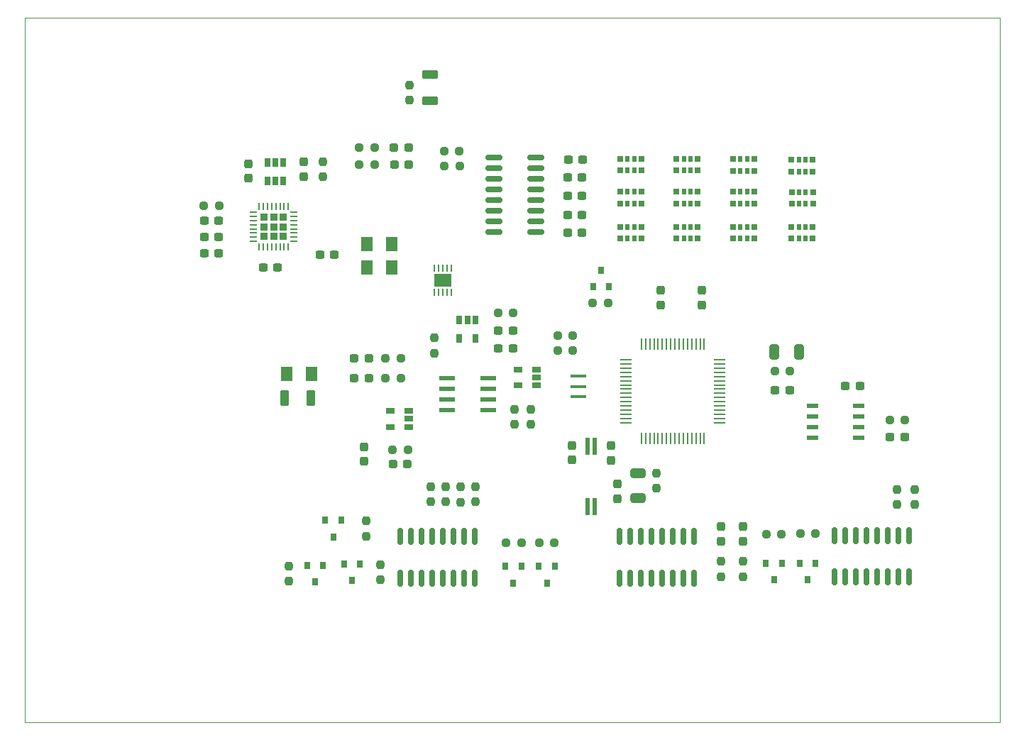
<source format=gbr>
%TF.GenerationSoftware,KiCad,Pcbnew,(6.0.0)*%
%TF.CreationDate,2022-01-24T11:23:06-03:00*%
%TF.ProjectId,HLI-M,484c492d-4d2e-46b6-9963-61645f706362,rev?*%
%TF.SameCoordinates,Original*%
%TF.FileFunction,Paste,Top*%
%TF.FilePolarity,Positive*%
%FSLAX46Y46*%
G04 Gerber Fmt 4.6, Leading zero omitted, Abs format (unit mm)*
G04 Created by KiCad (PCBNEW (6.0.0)) date 2022-01-24 11:23:06*
%MOMM*%
%LPD*%
G01*
G04 APERTURE LIST*
G04 Aperture macros list*
%AMRoundRect*
0 Rectangle with rounded corners*
0 $1 Rounding radius*
0 $2 $3 $4 $5 $6 $7 $8 $9 X,Y pos of 4 corners*
0 Add a 4 corners polygon primitive as box body*
4,1,4,$2,$3,$4,$5,$6,$7,$8,$9,$2,$3,0*
0 Add four circle primitives for the rounded corners*
1,1,$1+$1,$2,$3*
1,1,$1+$1,$4,$5*
1,1,$1+$1,$6,$7*
1,1,$1+$1,$8,$9*
0 Add four rect primitives between the rounded corners*
20,1,$1+$1,$2,$3,$4,$5,0*
20,1,$1+$1,$4,$5,$6,$7,0*
20,1,$1+$1,$6,$7,$8,$9,0*
20,1,$1+$1,$8,$9,$2,$3,0*%
G04 Aperture macros list end*
%TA.AperFunction,Profile*%
%ADD10C,0.050000*%
%TD*%
%ADD11RoundRect,0.237500X0.300000X0.237500X-0.300000X0.237500X-0.300000X-0.237500X0.300000X-0.237500X0*%
%ADD12RoundRect,0.237500X-0.300000X-0.237500X0.300000X-0.237500X0.300000X0.237500X-0.300000X0.237500X0*%
%ADD13RoundRect,0.237500X0.237500X-0.300000X0.237500X0.300000X-0.237500X0.300000X-0.237500X-0.300000X0*%
%ADD14RoundRect,0.237500X-0.237500X0.300000X-0.237500X-0.300000X0.237500X-0.300000X0.237500X0.300000X0*%
%ADD15RoundRect,0.250000X-0.325000X-0.650000X0.325000X-0.650000X0.325000X0.650000X-0.325000X0.650000X0*%
%ADD16RoundRect,0.250000X-0.650000X0.325000X-0.650000X-0.325000X0.650000X-0.325000X0.650000X0.325000X0*%
%ADD17R,0.640000X0.700000*%
%ADD18R,0.500000X0.700000*%
%ADD19RoundRect,0.237500X0.287500X0.237500X-0.287500X0.237500X-0.287500X-0.237500X0.287500X-0.237500X0*%
%ADD20RoundRect,0.250001X-0.462499X-0.624999X0.462499X-0.624999X0.462499X0.624999X-0.462499X0.624999X0*%
%ADD21RoundRect,0.237500X-0.287500X-0.237500X0.287500X-0.237500X0.287500X0.237500X-0.287500X0.237500X0*%
%ADD22RoundRect,0.237500X-0.237500X0.287500X-0.237500X-0.287500X0.237500X-0.287500X0.237500X0.287500X0*%
%ADD23RoundRect,0.250000X0.275000X0.700000X-0.275000X0.700000X-0.275000X-0.700000X0.275000X-0.700000X0*%
%ADD24RoundRect,0.250000X-0.700000X0.275000X-0.700000X-0.275000X0.700000X-0.275000X0.700000X0.275000X0*%
%ADD25R,0.800000X0.900000*%
%ADD26RoundRect,0.237500X-0.237500X0.250000X-0.237500X-0.250000X0.237500X-0.250000X0.237500X0.250000X0*%
%ADD27RoundRect,0.237500X0.250000X0.237500X-0.250000X0.237500X-0.250000X-0.237500X0.250000X-0.237500X0*%
%ADD28RoundRect,0.237500X-0.250000X-0.237500X0.250000X-0.237500X0.250000X0.237500X-0.250000X0.237500X0*%
%ADD29RoundRect,0.237500X0.237500X-0.250000X0.237500X0.250000X-0.237500X0.250000X-0.237500X-0.250000X0*%
%ADD30R,1.473200X0.279400*%
%ADD31R,0.279400X1.473200*%
%ADD32R,0.650000X1.060000*%
%ADD33RoundRect,0.232500X0.232500X0.232500X-0.232500X0.232500X-0.232500X-0.232500X0.232500X-0.232500X0*%
%ADD34RoundRect,0.062500X0.375000X0.062500X-0.375000X0.062500X-0.375000X-0.062500X0.375000X-0.062500X0*%
%ADD35RoundRect,0.062500X0.062500X0.375000X-0.062500X0.375000X-0.062500X-0.375000X0.062500X-0.375000X0*%
%ADD36R,0.254000X0.812800*%
%ADD37R,2.000000X1.600000*%
%ADD38R,1.460500X0.538480*%
%ADD39R,1.060000X0.650000*%
%ADD40RoundRect,0.150000X-0.150000X0.825000X-0.150000X-0.825000X0.150000X-0.825000X0.150000X0.825000X0*%
%ADD41R,0.600000X2.100000*%
%ADD42R,1.900000X0.400000*%
%ADD43R,1.981200X0.560800*%
%ADD44RoundRect,0.150000X0.825000X0.150000X-0.825000X0.150000X-0.825000X-0.150000X0.825000X-0.150000X0*%
G04 APERTURE END LIST*
D10*
X186436000Y-113538000D02*
X186436000Y-29500000D01*
X70104000Y-29500000D02*
X70104000Y-113538000D01*
X186436000Y-29500000D02*
X70104000Y-29500000D01*
X70104000Y-113538000D02*
X186436000Y-113538000D01*
D11*
%TO.C,C3*%
X93255000Y-55626000D03*
X91530000Y-55626000D03*
%TD*%
D12*
%TO.C,C6*%
X91530000Y-53721000D03*
X93255000Y-53721000D03*
%TD*%
D13*
%TO.C,C7*%
X103441000Y-48424000D03*
X103441000Y-46699000D03*
%TD*%
D14*
%TO.C,C11*%
X110617000Y-80671500D03*
X110617000Y-82396500D03*
%TD*%
D12*
%TO.C,C15*%
X126645500Y-66802000D03*
X128370500Y-66802000D03*
%TD*%
%TO.C,C16*%
X126645500Y-68897500D03*
X128370500Y-68897500D03*
%TD*%
%TO.C,C17*%
X173381500Y-79502000D03*
X175106500Y-79502000D03*
%TD*%
%TO.C,C18*%
X168047500Y-73406000D03*
X169772500Y-73406000D03*
%TD*%
%TO.C,C19*%
X159665500Y-73914000D03*
X161390500Y-73914000D03*
%TD*%
D15*
%TO.C,C20*%
X159561000Y-69342000D03*
X162511000Y-69342000D03*
%TD*%
D13*
%TO.C,C21*%
X150914100Y-63740200D03*
X150914100Y-62015200D03*
%TD*%
%TO.C,C22*%
X146024600Y-63727500D03*
X146024600Y-62002500D03*
%TD*%
D16*
%TO.C,C24*%
X143256000Y-83869000D03*
X143256000Y-86819000D03*
%TD*%
D14*
%TO.C,C25*%
X135394700Y-80531800D03*
X135394700Y-82256800D03*
%TD*%
%TO.C,C26*%
X140030700Y-80569900D03*
X140030700Y-82294900D03*
%TD*%
D17*
%TO.C,CA1*%
X164167000Y-50277800D03*
D18*
X163297000Y-50277800D03*
X162497000Y-50277800D03*
D17*
X161627000Y-50277800D03*
X161627000Y-51677800D03*
D18*
X162497000Y-51677800D03*
X163297000Y-51677800D03*
D17*
X164167000Y-51677800D03*
%TD*%
%TO.C,CA3*%
X143700000Y-50227000D03*
D18*
X142830000Y-50227000D03*
X142030000Y-50227000D03*
D17*
X141160000Y-50227000D03*
X141160000Y-51627000D03*
D18*
X142030000Y-51627000D03*
X142830000Y-51627000D03*
D17*
X143700000Y-51627000D03*
%TD*%
D19*
%TO.C,DLED2*%
X115939500Y-44950000D03*
X114189500Y-44950000D03*
%TD*%
D20*
%TO.C,D4*%
X110907500Y-56515000D03*
X113882500Y-56515000D03*
%TD*%
%TO.C,D5*%
X110907500Y-59245500D03*
X113882500Y-59245500D03*
%TD*%
D21*
%TO.C,DLED6*%
X109450000Y-72500000D03*
X111200000Y-72500000D03*
%TD*%
D20*
%TO.C,D8*%
X101350000Y-72000000D03*
X104325000Y-72000000D03*
%TD*%
D22*
%TO.C,DLED9*%
X153162000Y-90184000D03*
X153162000Y-91934000D03*
%TD*%
%TO.C,DLED10*%
X155829000Y-90184000D03*
X155829000Y-91934000D03*
%TD*%
D23*
%TO.C,FT1*%
X104285500Y-74857500D03*
X101135500Y-74857500D03*
%TD*%
D24*
%TO.C,FT2*%
X118500000Y-36225000D03*
X118500000Y-39375000D03*
%TD*%
D25*
%TO.C,Q1*%
X137927000Y-61579000D03*
X139827000Y-61579000D03*
X138877000Y-59579000D03*
%TD*%
%TO.C,Q5*%
X107884000Y-89424000D03*
X105984000Y-89424000D03*
X106934000Y-91424000D03*
%TD*%
%TO.C,Q6*%
X110106000Y-94631000D03*
X108206000Y-94631000D03*
X109156000Y-96631000D03*
%TD*%
%TO.C,Q8*%
X129374400Y-94935800D03*
X127474400Y-94935800D03*
X128424400Y-96935800D03*
%TD*%
D26*
%TO.C,R2*%
X105664000Y-46649000D03*
X105664000Y-48474000D03*
%TD*%
D27*
%TO.C,R4*%
X111850000Y-44950000D03*
X110025000Y-44950000D03*
%TD*%
D28*
%TO.C,R5*%
X114022500Y-81026000D03*
X115847500Y-81026000D03*
%TD*%
D29*
%TO.C,R6*%
X118999000Y-69516000D03*
X118999000Y-67691000D03*
%TD*%
D28*
%TO.C,R7*%
X126595500Y-64706500D03*
X128420500Y-64706500D03*
%TD*%
%TO.C,R8*%
X113146300Y-72500000D03*
X114971300Y-72500000D03*
%TD*%
D27*
%TO.C,R9*%
X114984500Y-70150000D03*
X113159500Y-70150000D03*
%TD*%
%TO.C,R16*%
X175156500Y-77470000D03*
X173331500Y-77470000D03*
%TD*%
D26*
%TO.C,R17*%
X118554000Y-85424000D03*
X118554000Y-87249000D03*
%TD*%
%TO.C,R18*%
X120332000Y-85424000D03*
X120332000Y-87249000D03*
%TD*%
%TO.C,R19*%
X122110000Y-85447500D03*
X122110000Y-87272500D03*
%TD*%
%TO.C,R20*%
X123888000Y-85424000D03*
X123888000Y-87249000D03*
%TD*%
D28*
%TO.C,R23*%
X159615500Y-71628000D03*
X161440500Y-71628000D03*
%TD*%
D29*
%TO.C,R24*%
X145478500Y-85621500D03*
X145478500Y-83796500D03*
%TD*%
%TO.C,R10*%
X153162000Y-96162500D03*
X153162000Y-94337500D03*
%TD*%
%TO.C,R11*%
X155829000Y-96162500D03*
X155829000Y-94337500D03*
%TD*%
D27*
%TO.C,R12*%
X135532500Y-67373500D03*
X133707500Y-67373500D03*
%TD*%
D28*
%TO.C,R13*%
X133707500Y-69215000D03*
X135532500Y-69215000D03*
%TD*%
%TO.C,R26*%
X137898500Y-63500000D03*
X139723500Y-63500000D03*
%TD*%
%TO.C,R30*%
X127573900Y-92125800D03*
X129398900Y-92125800D03*
%TD*%
D26*
%TO.C,R31*%
X110871000Y-89511500D03*
X110871000Y-91336500D03*
%TD*%
D17*
%TO.C,RN1*%
X164148000Y-46417000D03*
D18*
X163278000Y-46417000D03*
X162478000Y-46417000D03*
D17*
X161608000Y-46417000D03*
X161608000Y-47817000D03*
D18*
X162478000Y-47817000D03*
X163278000Y-47817000D03*
D17*
X164148000Y-47817000D03*
%TD*%
%TO.C,RN2*%
X150432000Y-46290000D03*
D18*
X149562000Y-46290000D03*
X148762000Y-46290000D03*
D17*
X147892000Y-46290000D03*
X147892000Y-47690000D03*
D18*
X148762000Y-47690000D03*
X149562000Y-47690000D03*
D17*
X150432000Y-47690000D03*
%TD*%
%TO.C,RN3*%
X143700000Y-46290000D03*
D18*
X142830000Y-46290000D03*
X142030000Y-46290000D03*
D17*
X141160000Y-46290000D03*
X141160000Y-47690000D03*
D18*
X142030000Y-47690000D03*
X142830000Y-47690000D03*
D17*
X143700000Y-47690000D03*
%TD*%
%TO.C,RN5*%
X164148000Y-54418000D03*
D18*
X163278000Y-54418000D03*
X162478000Y-54418000D03*
D17*
X161608000Y-54418000D03*
X161608000Y-55818000D03*
D18*
X162478000Y-55818000D03*
X163278000Y-55818000D03*
D17*
X164148000Y-55818000D03*
%TD*%
%TO.C,RN6*%
X150432000Y-54418000D03*
D18*
X149562000Y-54418000D03*
X148762000Y-54418000D03*
D17*
X147892000Y-54418000D03*
X147892000Y-55818000D03*
D18*
X148762000Y-55818000D03*
X149562000Y-55818000D03*
D17*
X150432000Y-55818000D03*
%TD*%
%TO.C,RN7*%
X143700000Y-54418000D03*
D18*
X142830000Y-54418000D03*
X142030000Y-54418000D03*
D17*
X141160000Y-54418000D03*
X141160000Y-55818000D03*
D18*
X142030000Y-55818000D03*
X142830000Y-55818000D03*
D17*
X143700000Y-55818000D03*
%TD*%
D30*
%TO.C,U1*%
X153060400Y-77791000D03*
X153060400Y-77291001D03*
X153060400Y-76791000D03*
X153060400Y-76291001D03*
X153060400Y-75790999D03*
X153060400Y-75291000D03*
X153060400Y-74791001D03*
X153060400Y-74291000D03*
X153060400Y-73791000D03*
X153060400Y-73290999D03*
X153060400Y-72791000D03*
X153060400Y-72291001D03*
X153060400Y-71790999D03*
X153060400Y-71291000D03*
X153060400Y-70790999D03*
X153060400Y-70291000D03*
D31*
X151197000Y-68427600D03*
X150697001Y-68427600D03*
X150197000Y-68427600D03*
X149697001Y-68427600D03*
X149196999Y-68427600D03*
X148697000Y-68427600D03*
X148197001Y-68427600D03*
X147697000Y-68427600D03*
X147197000Y-68427600D03*
X146696999Y-68427600D03*
X146197000Y-68427600D03*
X145697001Y-68427600D03*
X145196999Y-68427600D03*
X144697000Y-68427600D03*
X144196999Y-68427600D03*
X143697000Y-68427600D03*
D30*
X141833600Y-70291000D03*
X141833600Y-70790999D03*
X141833600Y-71291000D03*
X141833600Y-71790999D03*
X141833600Y-72291001D03*
X141833600Y-72791000D03*
X141833600Y-73290999D03*
X141833600Y-73791000D03*
X141833600Y-74291000D03*
X141833600Y-74791001D03*
X141833600Y-75291000D03*
X141833600Y-75790999D03*
X141833600Y-76291001D03*
X141833600Y-76791000D03*
X141833600Y-77291001D03*
X141833600Y-77791000D03*
D31*
X143697000Y-79654400D03*
X144196999Y-79654400D03*
X144697000Y-79654400D03*
X145196999Y-79654400D03*
X145697001Y-79654400D03*
X146197000Y-79654400D03*
X146696999Y-79654400D03*
X147197000Y-79654400D03*
X147697000Y-79654400D03*
X148197001Y-79654400D03*
X148697000Y-79654400D03*
X149196999Y-79654400D03*
X149697001Y-79654400D03*
X150197000Y-79654400D03*
X150697001Y-79654400D03*
X151197000Y-79654400D03*
%TD*%
D32*
%TO.C,U2*%
X100962500Y-46715500D03*
X100012500Y-46715500D03*
X99062500Y-46715500D03*
X99062500Y-48915500D03*
X100012500Y-48915500D03*
X100962500Y-48915500D03*
%TD*%
D33*
%TO.C,U3*%
X100972000Y-53269500D03*
X98672000Y-54419500D03*
X98672000Y-53269500D03*
X99822000Y-55569500D03*
X99822000Y-53269500D03*
X100972000Y-55569500D03*
X100972000Y-54419500D03*
X99822000Y-54419500D03*
X98672000Y-55569500D03*
D34*
X102259500Y-56169500D03*
X102259500Y-55669500D03*
X102259500Y-55169500D03*
X102259500Y-54669500D03*
X102259500Y-54169500D03*
X102259500Y-53669500D03*
X102259500Y-53169500D03*
X102259500Y-52669500D03*
D35*
X101572000Y-51982000D03*
X101072000Y-51982000D03*
X100572000Y-51982000D03*
X100072000Y-51982000D03*
X99572000Y-51982000D03*
X99072000Y-51982000D03*
X98572000Y-51982000D03*
X98072000Y-51982000D03*
D34*
X97384500Y-52669500D03*
X97384500Y-53169500D03*
X97384500Y-53669500D03*
X97384500Y-54169500D03*
X97384500Y-54669500D03*
X97384500Y-55169500D03*
X97384500Y-55669500D03*
X97384500Y-56169500D03*
D35*
X98072000Y-56857000D03*
X98572000Y-56857000D03*
X99072000Y-56857000D03*
X99572000Y-56857000D03*
X100072000Y-56857000D03*
X100572000Y-56857000D03*
X101072000Y-56857000D03*
X101572000Y-56857000D03*
%TD*%
D36*
%TO.C,U5*%
X121015001Y-59385200D03*
X120514999Y-59385200D03*
X120015000Y-59385200D03*
X119515001Y-59385200D03*
X119014999Y-59385200D03*
X119014999Y-62280800D03*
X119515001Y-62280800D03*
X120015000Y-62280800D03*
X120514999Y-62280800D03*
X121015001Y-62280800D03*
D37*
X120015000Y-60833000D03*
%TD*%
D32*
%TO.C,U6*%
X123886000Y-65575000D03*
X122936000Y-65575000D03*
X121986000Y-65575000D03*
X121986000Y-67775000D03*
X123886000Y-67775000D03*
%TD*%
D38*
%TO.C,U7*%
X169602150Y-79629000D03*
X169602150Y-78359000D03*
X169602150Y-77089000D03*
X169602150Y-75819000D03*
X164153850Y-75819000D03*
X164153850Y-77089000D03*
X164153850Y-78359000D03*
X164153850Y-79629000D03*
%TD*%
D39*
%TO.C,U9*%
X131148000Y-73340000D03*
X131148000Y-72390000D03*
X131148000Y-71440000D03*
X128948000Y-71440000D03*
X128948000Y-73340000D03*
%TD*%
D40*
%TO.C,U12*%
X175641000Y-91251000D03*
X174371000Y-91251000D03*
X173101000Y-91251000D03*
X171831000Y-91251000D03*
X170561000Y-91251000D03*
X169291000Y-91251000D03*
X168021000Y-91251000D03*
X166751000Y-91251000D03*
X166751000Y-96201000D03*
X168021000Y-96201000D03*
X169291000Y-96201000D03*
X170561000Y-96201000D03*
X171831000Y-96201000D03*
X173101000Y-96201000D03*
X174371000Y-96201000D03*
X175641000Y-96201000D03*
%TD*%
%TO.C,U13*%
X149987000Y-91378000D03*
X148717000Y-91378000D03*
X147447000Y-91378000D03*
X146177000Y-91378000D03*
X144907000Y-91378000D03*
X143637000Y-91378000D03*
X142367000Y-91378000D03*
X141097000Y-91378000D03*
X141097000Y-96328000D03*
X142367000Y-96328000D03*
X143637000Y-96328000D03*
X144907000Y-96328000D03*
X146177000Y-96328000D03*
X147447000Y-96328000D03*
X148717000Y-96328000D03*
X149987000Y-96328000D03*
%TD*%
%TO.C,U14*%
X123825000Y-91378000D03*
X122555000Y-91378000D03*
X121285000Y-91378000D03*
X120015000Y-91378000D03*
X118745000Y-91378000D03*
X117475000Y-91378000D03*
X116205000Y-91378000D03*
X114935000Y-91378000D03*
X114935000Y-96328000D03*
X116205000Y-96328000D03*
X117475000Y-96328000D03*
X118745000Y-96328000D03*
X120015000Y-96328000D03*
X121285000Y-96328000D03*
X122555000Y-96328000D03*
X123825000Y-96328000D03*
%TD*%
D41*
%TO.C,Y1*%
X137230700Y-80588300D03*
X137230700Y-87788300D03*
X138130700Y-87788300D03*
X138130700Y-80588300D03*
%TD*%
D42*
%TO.C,Y2*%
X136208000Y-72269500D03*
X136208000Y-73469500D03*
X136208000Y-74669500D03*
%TD*%
D29*
%TO.C,R32*%
X112522000Y-96543500D03*
X112522000Y-94718500D03*
%TD*%
D28*
%TO.C,R29*%
X131509900Y-92125800D03*
X133334900Y-92125800D03*
%TD*%
D25*
%TO.C,Q7*%
X133372400Y-94935800D03*
X131472400Y-94935800D03*
X132422400Y-96935800D03*
%TD*%
%TO.C,Q4*%
X160462000Y-94567500D03*
X158562000Y-94567500D03*
X159512000Y-96567500D03*
%TD*%
D28*
%TO.C,R34*%
X158600000Y-91100000D03*
X160425000Y-91100000D03*
%TD*%
%TO.C,R33*%
X162663500Y-91059000D03*
X164488500Y-91059000D03*
%TD*%
D25*
%TO.C,Q3*%
X164462000Y-94567500D03*
X162562000Y-94567500D03*
X163512000Y-96567500D03*
%TD*%
D26*
%TO.C,R21*%
X174180000Y-85765000D03*
X174180000Y-87590000D03*
%TD*%
D43*
%TO.C,U10*%
X120471001Y-72517000D03*
X120471001Y-73787000D03*
X120471001Y-75057000D03*
X120471001Y-76327000D03*
X125400999Y-76327000D03*
X125400999Y-75057000D03*
X125400999Y-73787000D03*
X125400999Y-72517000D03*
%TD*%
D29*
%TO.C,R14*%
X130492500Y-78027500D03*
X130492500Y-76202500D03*
%TD*%
%TO.C,R15*%
X128587500Y-78001500D03*
X128587500Y-76176500D03*
%TD*%
D11*
%TO.C,C1*%
X93255000Y-57594500D03*
X91530000Y-57594500D03*
%TD*%
D19*
%TO.C,DLED1*%
X115952000Y-47000000D03*
X114202000Y-47000000D03*
%TD*%
D27*
%TO.C,R3*%
X111862500Y-47000000D03*
X110037500Y-47000000D03*
%TD*%
D12*
%TO.C,C4*%
X98578500Y-59309000D03*
X100303500Y-59309000D03*
%TD*%
%TO.C,C9*%
X105350000Y-57750000D03*
X107075000Y-57750000D03*
%TD*%
D39*
%TO.C,U4*%
X115908000Y-78293000D03*
X115908000Y-77343000D03*
X115908000Y-76393000D03*
X113708000Y-76393000D03*
X113708000Y-78293000D03*
%TD*%
D14*
%TO.C,C23*%
X140843000Y-86841500D03*
X140843000Y-85116500D03*
%TD*%
D44*
%TO.C,U8*%
X131074850Y-55035150D03*
X131074850Y-53765150D03*
X131074850Y-52495150D03*
X131074850Y-51225150D03*
X131074850Y-49955150D03*
X131074850Y-48685150D03*
X131074850Y-47415150D03*
X131074850Y-46145150D03*
X126124850Y-46145150D03*
X126124850Y-47415150D03*
X126124850Y-48685150D03*
X126124850Y-49955150D03*
X126124850Y-51225150D03*
X126124850Y-52495150D03*
X126124850Y-53765150D03*
X126124850Y-55035150D03*
%TD*%
D12*
%TO.C,C27*%
X134912350Y-50691750D03*
X136637350Y-50691750D03*
%TD*%
%TO.C,C30*%
X134912350Y-52977750D03*
X136637350Y-52977750D03*
%TD*%
%TO.C,C31*%
X134975350Y-46373750D03*
X136700350Y-46373750D03*
%TD*%
D28*
%TO.C,R28*%
X120187500Y-47146000D03*
X122012500Y-47146000D03*
%TD*%
D12*
%TO.C,C28*%
X134912350Y-55136750D03*
X136637350Y-55136750D03*
%TD*%
D11*
%TO.C,C29*%
X136637350Y-48532750D03*
X134912350Y-48532750D03*
%TD*%
D28*
%TO.C,R27*%
X120137500Y-45400000D03*
X121962500Y-45400000D03*
%TD*%
D21*
%TO.C,DLED7*%
X109450000Y-70150000D03*
X111200000Y-70150000D03*
%TD*%
D29*
%TO.C,L1*%
X116050000Y-39312500D03*
X116050000Y-37487500D03*
%TD*%
D26*
%TO.C,R22*%
X176276000Y-85765000D03*
X176276000Y-87590000D03*
%TD*%
D17*
%TO.C,CA4*%
X157162000Y-50227000D03*
D18*
X156292000Y-50227000D03*
X155492000Y-50227000D03*
D17*
X154622000Y-50227000D03*
X154622000Y-51627000D03*
D18*
X155492000Y-51627000D03*
X156292000Y-51627000D03*
D17*
X157162000Y-51627000D03*
%TD*%
%TO.C,RN4*%
X157182000Y-46352000D03*
D18*
X156312000Y-46352000D03*
X155512000Y-46352000D03*
D17*
X154642000Y-46352000D03*
X154642000Y-47752000D03*
D18*
X155512000Y-47752000D03*
X156312000Y-47752000D03*
D17*
X157182000Y-47752000D03*
%TD*%
%TO.C,RN8*%
X157162000Y-54418000D03*
D18*
X156292000Y-54418000D03*
X155492000Y-54418000D03*
D17*
X154622000Y-54418000D03*
X154622000Y-55818000D03*
D18*
X155492000Y-55818000D03*
X156292000Y-55818000D03*
D17*
X157162000Y-55818000D03*
%TD*%
D27*
%TO.C,R1*%
X93305000Y-51879500D03*
X91480000Y-51879500D03*
%TD*%
D22*
%TO.C,L2*%
X96774000Y-46877000D03*
X96774000Y-48627000D03*
%TD*%
D25*
%TO.C,Q2*%
X105725000Y-94821500D03*
X103825000Y-94821500D03*
X104775000Y-96821500D03*
%TD*%
D17*
%TO.C,CA2*%
X150432000Y-50227000D03*
D18*
X149562000Y-50227000D03*
X148762000Y-50227000D03*
D17*
X147892000Y-50227000D03*
X147892000Y-51627000D03*
D18*
X148762000Y-51627000D03*
X149562000Y-51627000D03*
D17*
X150432000Y-51627000D03*
%TD*%
D21*
%TO.C,DLED3*%
X114047300Y-82753200D03*
X115797300Y-82753200D03*
%TD*%
D26*
%TO.C,R25*%
X101638100Y-94909000D03*
X101638100Y-96734000D03*
%TD*%
M02*

</source>
